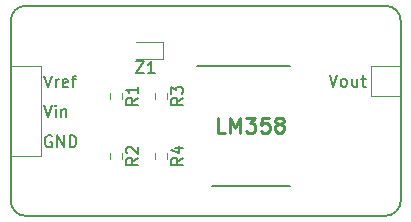
<source format=gbr>
%TF.GenerationSoftware,KiCad,Pcbnew,6.0.11+dfsg-1*%
%TF.CreationDate,2025-05-12T20:35:14-06:00*%
%TF.ProjectId,voltage_mapper,766f6c74-6167-4655-9f6d-61707065722e,rev?*%
%TF.SameCoordinates,Original*%
%TF.FileFunction,Legend,Top*%
%TF.FilePolarity,Positive*%
%FSLAX46Y46*%
G04 Gerber Fmt 4.6, Leading zero omitted, Abs format (unit mm)*
G04 Created by KiCad (PCBNEW 6.0.11+dfsg-1) date 2025-05-12 20:35:14*
%MOMM*%
%LPD*%
G01*
G04 APERTURE LIST*
%ADD10C,0.150000*%
%ADD11C,0.254000*%
%ADD12C,0.120000*%
%ADD13C,0.200000*%
G04 APERTURE END LIST*
D10*
X125730000Y-104140000D02*
X125730000Y-88900000D01*
X125730000Y-104140000D02*
G75*
G03*
X127000000Y-105410000I1270000J0D01*
G01*
X157480000Y-105410000D02*
G75*
G03*
X158750000Y-104140000I0J1270000D01*
G01*
X158750000Y-88900000D02*
G75*
G03*
X157480000Y-87630000I-1270000J0D01*
G01*
X127000000Y-87630000D02*
G75*
G03*
X125730000Y-88900000I0J-1270000D01*
G01*
X157480000Y-87630000D02*
X127000000Y-87630000D01*
X158750000Y-104140000D02*
X158750000Y-88900000D01*
X127000000Y-105410000D02*
X157480000Y-105410000D01*
X129190839Y-98647573D02*
X129095601Y-98599953D01*
X128952744Y-98599953D01*
X128809887Y-98647573D01*
X128714649Y-98742811D01*
X128667030Y-98838049D01*
X128619411Y-99028525D01*
X128619411Y-99171382D01*
X128667030Y-99361858D01*
X128714649Y-99457096D01*
X128809887Y-99552334D01*
X128952744Y-99599953D01*
X129047982Y-99599953D01*
X129190839Y-99552334D01*
X129238458Y-99504715D01*
X129238458Y-99171382D01*
X129047982Y-99171382D01*
X129667030Y-99599953D02*
X129667030Y-98599953D01*
X130238458Y-99599953D01*
X130238458Y-98599953D01*
X130714649Y-99599953D02*
X130714649Y-98599953D01*
X130952744Y-98599953D01*
X131095601Y-98647573D01*
X131190839Y-98742811D01*
X131238458Y-98838049D01*
X131286077Y-99028525D01*
X131286077Y-99171382D01*
X131238458Y-99361858D01*
X131190839Y-99457096D01*
X131095601Y-99552334D01*
X130952744Y-99599953D01*
X130714649Y-99599953D01*
X128547555Y-96042527D02*
X128880888Y-97042527D01*
X129214221Y-96042527D01*
X129547555Y-97042527D02*
X129547555Y-96375861D01*
X129547555Y-96042527D02*
X129499936Y-96090147D01*
X129547555Y-96137766D01*
X129595174Y-96090147D01*
X129547555Y-96042527D01*
X129547555Y-96137766D01*
X130023745Y-96375861D02*
X130023745Y-97042527D01*
X130023745Y-96471099D02*
X130071364Y-96423480D01*
X130166602Y-96375861D01*
X130309459Y-96375861D01*
X130404697Y-96423480D01*
X130452317Y-96518718D01*
X130452317Y-97042527D01*
X128547555Y-93531866D02*
X128880888Y-94531866D01*
X129214221Y-93531866D01*
X129547555Y-94531866D02*
X129547555Y-93865200D01*
X129547555Y-94055676D02*
X129595174Y-93960438D01*
X129642793Y-93912819D01*
X129738031Y-93865200D01*
X129833269Y-93865200D01*
X130547555Y-94484247D02*
X130452317Y-94531866D01*
X130261840Y-94531866D01*
X130166602Y-94484247D01*
X130118983Y-94389009D01*
X130118983Y-94008057D01*
X130166602Y-93912819D01*
X130261840Y-93865200D01*
X130452317Y-93865200D01*
X130547555Y-93912819D01*
X130595174Y-94008057D01*
X130595174Y-94103295D01*
X130118983Y-94198533D01*
X130880888Y-93865200D02*
X131261840Y-93865200D01*
X131023745Y-94531866D02*
X131023745Y-93674724D01*
X131071364Y-93579486D01*
X131166602Y-93531866D01*
X131261840Y-93531866D01*
X152726072Y-93477656D02*
X153059406Y-94477656D01*
X153392739Y-93477656D01*
X153868930Y-94477656D02*
X153773691Y-94430037D01*
X153726072Y-94382418D01*
X153678453Y-94287180D01*
X153678453Y-94001466D01*
X153726072Y-93906228D01*
X153773691Y-93858609D01*
X153868930Y-93810990D01*
X154011787Y-93810990D01*
X154107025Y-93858609D01*
X154154644Y-93906228D01*
X154202263Y-94001466D01*
X154202263Y-94287180D01*
X154154644Y-94382418D01*
X154107025Y-94430037D01*
X154011787Y-94477656D01*
X153868930Y-94477656D01*
X155059406Y-93810990D02*
X155059406Y-94477656D01*
X154630834Y-93810990D02*
X154630834Y-94334799D01*
X154678453Y-94430037D01*
X154773691Y-94477656D01*
X154916549Y-94477656D01*
X155011787Y-94430037D01*
X155059406Y-94382418D01*
X155392739Y-93810990D02*
X155773691Y-93810990D01*
X155535596Y-93477656D02*
X155535596Y-94334799D01*
X155583215Y-94430037D01*
X155678453Y-94477656D01*
X155773691Y-94477656D01*
%TO.C,R4*%
X140312380Y-100496666D02*
X139836190Y-100830000D01*
X140312380Y-101068095D02*
X139312380Y-101068095D01*
X139312380Y-100687142D01*
X139360000Y-100591904D01*
X139407619Y-100544285D01*
X139502857Y-100496666D01*
X139645714Y-100496666D01*
X139740952Y-100544285D01*
X139788571Y-100591904D01*
X139836190Y-100687142D01*
X139836190Y-101068095D01*
X139645714Y-99639523D02*
X140312380Y-99639523D01*
X139264761Y-99877619D02*
X139979047Y-100115714D01*
X139979047Y-99496666D01*
%TO.C,Z1*%
X136350476Y-92322380D02*
X137017142Y-92322380D01*
X136350476Y-93322380D01*
X137017142Y-93322380D01*
X137921904Y-93322380D02*
X137350476Y-93322380D01*
X137636190Y-93322380D02*
X137636190Y-92322380D01*
X137540952Y-92465238D01*
X137445714Y-92560476D01*
X137350476Y-92608095D01*
D11*
%TO.C,LM358*%
X143903095Y-98364523D02*
X143298333Y-98364523D01*
X143298333Y-97094523D01*
X144326428Y-98364523D02*
X144326428Y-97094523D01*
X144749761Y-98001666D01*
X145173095Y-97094523D01*
X145173095Y-98364523D01*
X145656904Y-97094523D02*
X146443095Y-97094523D01*
X146019761Y-97578333D01*
X146201190Y-97578333D01*
X146322142Y-97638809D01*
X146382619Y-97699285D01*
X146443095Y-97820238D01*
X146443095Y-98122619D01*
X146382619Y-98243571D01*
X146322142Y-98304047D01*
X146201190Y-98364523D01*
X145838333Y-98364523D01*
X145717380Y-98304047D01*
X145656904Y-98243571D01*
X147592142Y-97094523D02*
X146987380Y-97094523D01*
X146926904Y-97699285D01*
X146987380Y-97638809D01*
X147108333Y-97578333D01*
X147410714Y-97578333D01*
X147531666Y-97638809D01*
X147592142Y-97699285D01*
X147652619Y-97820238D01*
X147652619Y-98122619D01*
X147592142Y-98243571D01*
X147531666Y-98304047D01*
X147410714Y-98364523D01*
X147108333Y-98364523D01*
X146987380Y-98304047D01*
X146926904Y-98243571D01*
X148378333Y-97638809D02*
X148257380Y-97578333D01*
X148196904Y-97517857D01*
X148136428Y-97396904D01*
X148136428Y-97336428D01*
X148196904Y-97215476D01*
X148257380Y-97155000D01*
X148378333Y-97094523D01*
X148620238Y-97094523D01*
X148741190Y-97155000D01*
X148801666Y-97215476D01*
X148862142Y-97336428D01*
X148862142Y-97396904D01*
X148801666Y-97517857D01*
X148741190Y-97578333D01*
X148620238Y-97638809D01*
X148378333Y-97638809D01*
X148257380Y-97699285D01*
X148196904Y-97759761D01*
X148136428Y-97880714D01*
X148136428Y-98122619D01*
X148196904Y-98243571D01*
X148257380Y-98304047D01*
X148378333Y-98364523D01*
X148620238Y-98364523D01*
X148741190Y-98304047D01*
X148801666Y-98243571D01*
X148862142Y-98122619D01*
X148862142Y-97880714D01*
X148801666Y-97759761D01*
X148741190Y-97699285D01*
X148620238Y-97638809D01*
D10*
%TO.C,R2*%
X136502380Y-100496666D02*
X136026190Y-100830000D01*
X136502380Y-101068095D02*
X135502380Y-101068095D01*
X135502380Y-100687142D01*
X135550000Y-100591904D01*
X135597619Y-100544285D01*
X135692857Y-100496666D01*
X135835714Y-100496666D01*
X135930952Y-100544285D01*
X135978571Y-100591904D01*
X136026190Y-100687142D01*
X136026190Y-101068095D01*
X135597619Y-100115714D02*
X135550000Y-100068095D01*
X135502380Y-99972857D01*
X135502380Y-99734761D01*
X135550000Y-99639523D01*
X135597619Y-99591904D01*
X135692857Y-99544285D01*
X135788095Y-99544285D01*
X135930952Y-99591904D01*
X136502380Y-100163333D01*
X136502380Y-99544285D01*
%TO.C,R3*%
X140312380Y-95416666D02*
X139836190Y-95750000D01*
X140312380Y-95988095D02*
X139312380Y-95988095D01*
X139312380Y-95607142D01*
X139360000Y-95511904D01*
X139407619Y-95464285D01*
X139502857Y-95416666D01*
X139645714Y-95416666D01*
X139740952Y-95464285D01*
X139788571Y-95511904D01*
X139836190Y-95607142D01*
X139836190Y-95988095D01*
X139312380Y-95083333D02*
X139312380Y-94464285D01*
X139693333Y-94797619D01*
X139693333Y-94654761D01*
X139740952Y-94559523D01*
X139788571Y-94511904D01*
X139883809Y-94464285D01*
X140121904Y-94464285D01*
X140217142Y-94511904D01*
X140264761Y-94559523D01*
X140312380Y-94654761D01*
X140312380Y-94940476D01*
X140264761Y-95035714D01*
X140217142Y-95083333D01*
%TO.C,R1*%
X136502380Y-95416666D02*
X136026190Y-95750000D01*
X136502380Y-95988095D02*
X135502380Y-95988095D01*
X135502380Y-95607142D01*
X135550000Y-95511904D01*
X135597619Y-95464285D01*
X135692857Y-95416666D01*
X135835714Y-95416666D01*
X135930952Y-95464285D01*
X135978571Y-95511904D01*
X136026190Y-95607142D01*
X136026190Y-95988095D01*
X136502380Y-94464285D02*
X136502380Y-95035714D01*
X136502380Y-94750000D02*
X135502380Y-94750000D01*
X135645238Y-94845238D01*
X135740476Y-94940476D01*
X135788095Y-95035714D01*
D12*
%TO.C,J2*%
X158750000Y-95250000D02*
X158750000Y-92710000D01*
X156210000Y-95250000D02*
X158750000Y-95250000D01*
X156210000Y-92710000D02*
X156210000Y-95250000D01*
X158750000Y-92710000D02*
X156210000Y-92710000D01*
%TO.C,J1*%
X125730000Y-92725000D02*
X128270000Y-92725000D01*
X125730000Y-100345000D02*
X125730000Y-92725000D01*
X128270000Y-100345000D02*
X125730000Y-100345000D01*
X128270000Y-92725000D02*
X128270000Y-100345000D01*
%TO.C,R4*%
X138952500Y-100092742D02*
X138952500Y-100567258D01*
X137907500Y-100092742D02*
X137907500Y-100567258D01*
%TO.C,Z1*%
X136360000Y-92175000D02*
X138645000Y-92175000D01*
X138645000Y-90705000D02*
X136360000Y-90705000D01*
X138645000Y-92175000D02*
X138645000Y-90705000D01*
D13*
%TO.C,LM358*%
X142750000Y-102870000D02*
X149350000Y-102870000D01*
X141515000Y-92710000D02*
X149350000Y-92710000D01*
D12*
%TO.C,R2*%
X135142500Y-100092742D02*
X135142500Y-100567258D01*
X134097500Y-100092742D02*
X134097500Y-100567258D01*
%TO.C,R3*%
X137907500Y-95012742D02*
X137907500Y-95487258D01*
X138952500Y-95012742D02*
X138952500Y-95487258D01*
%TO.C,R1*%
X134097500Y-95012742D02*
X134097500Y-95487258D01*
X135142500Y-95012742D02*
X135142500Y-95487258D01*
%TD*%
M02*

</source>
